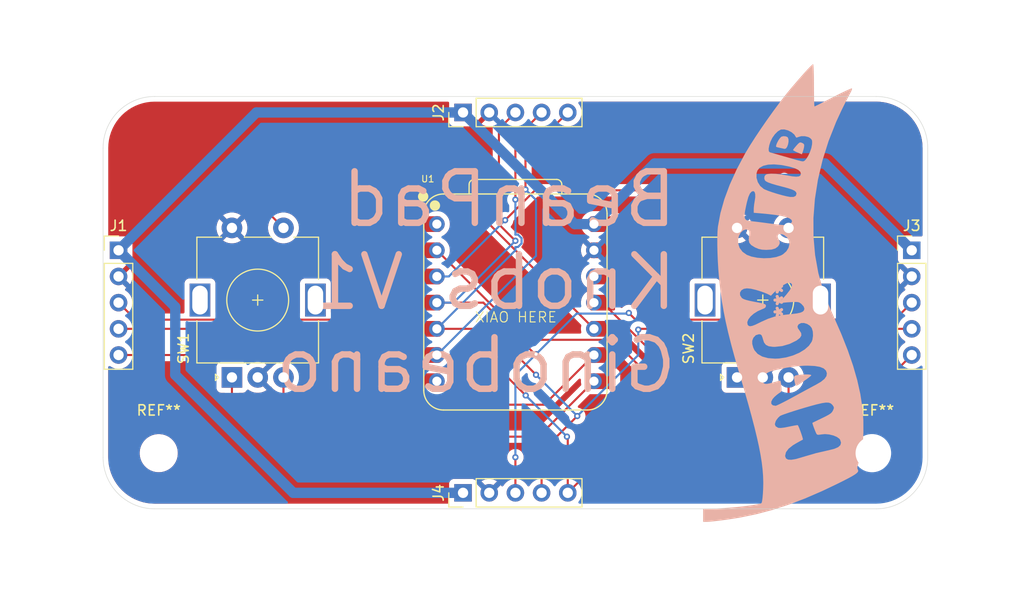
<source format=kicad_pcb>
(kicad_pcb (version 20241229) (generator "pcbnew") (generator_version "9.0")
  (layers (0 "F.Cu" signal) (2 "B.Cu" signal) (13 "F.Paste" user) (15 "B.Paste" user) (5 "F.SilkS" user "F.Silkscreen") (7 "B.SilkS" user "B.Silkscreen") (1 "F.Mask" user) (3 "B.Mask" user) (25 "Edge.Cuts" user))
  (net 0 "")
  (net 1 "/SDA")
  (net 2 "GND")
  (net 3 "VCC")
  (net 4 "/INT")
  (net 5 "/SCL")
  (net 6 "+3V3")
  (net 7 "/GPIO2")
  (net 8 "/GPIO1")
  (net 9 "/GPIO27")
  (net 10 "/GPIO3")
  (net 11 "/GPIO4")
  (net 12 "/GPIO28")
  (footprint "Module:XIAO-RP2040-DIP" (layer "F.Cu") (at 140 66)
    (property "Reference" "U1" (at -8.5 -12 0) (layer "F.SilkS") (effects (font (size 0.635 0.635) (thickness 0.1016))))
    (property "Value" "XIAO-RP2040-DIP")
    (fp_line (start -8.89 8.509) (end -8.89 -8.636) (stroke (width 0.127)) (layer "F.SilkS"))
    (fp_line (start -6.985 10.414) (end 6.985 10.414) (stroke (width 0.127)) (layer "F.SilkS"))
    (fp_line (start -4.495 -10.541) (end -4.491272 -11.451272) (stroke (width 0.127)) (layer "F.SilkS"))
    (fp_line (start -3.991272 -11.951) (end 4.004 -11.951) (stroke (width 0.127)) (layer "F.SilkS"))
    (fp_line (start 4.504 -11.451) (end 4.504 -10.541) (stroke (width 0.127)) (layer "F.SilkS"))
    (fp_line (start 6.985 -10.541) (end -6.985 -10.541) (stroke (width 0.1)) (layer "F.SilkS"))
    (fp_line (start 6.985 -10.541) (end -6.985 -10.541) (stroke (width 0.127)) (layer "F.SilkS"))
    (fp_line (start 8.89 8.509) (end 8.89 -8.636) (stroke (width 0.127)) (layer "F.SilkS"))
    (fp_arc (start -8.89 -8.636) (mid -8.332038 -9.983038) (end -6.985 -10.541) (stroke (width 0.127)) (layer "F.SilkS"))
    (fp_arc (start -6.985 10.414) (mid -8.332038 9.856038) (end -8.89 8.509) (stroke (width 0.127)) (layer "F.SilkS"))
    (fp_arc (start -4.491272 -11.451272) (mid -4.344728 -11.80464) (end -3.991272 -11.951) (stroke (width 0.127)) (layer "F.SilkS"))
    (fp_arc (start 4.004 -11.951) (mid 4.357553 -11.804553) (end 4.504 -11.451) (stroke (width 0.127)) (layer "F.SilkS"))
    (fp_arc (start 6.985 -10.541) (mid 8.332038 -9.983038) (end 8.89 -8.636) (stroke (width 0.127)) (layer "F.SilkS"))
    (fp_arc (start 8.89 8.509) (mid 8.332038 9.856038) (end 6.985 10.414) (stroke (width 0.127)) (layer "F.SilkS"))
    (fp_circle (center -8.95 -10.3) (end -8.95 -10.554) (stroke (width 0.5)) (fill yes) (layer "F.SilkS"))
    (fp_circle (center -7.807 -9.42) (end -7.807 -9.674) (stroke (width 0.5)) (fill yes) (layer "F.SilkS"))
    (pad "1" smd roundrect (at -8.455 -7.62 180) (size 2.432 1.524) (layers "F.Cu" "F.Mask") (roundrect_rratio 0.1))
    (pad "1" thru_hole circle (at -7.62 -7.62 180) (size 1.524 1.524) (drill 0.889) (layers "*.Cu" "*.Mask"))
    (pad "2" smd roundrect (at -8.455 -5.08 180) (size 2.432 1.524) (layers "F.Cu" "F.Mask") (roundrect_rratio 0.1) (net 9 "/GPIO27"))
    (pad "2" thru_hole circle (at -7.62 -5.08 180) (size 1.524 1.524) (drill 0.889) (layers "*.Cu" "*.Mask") (net 9 "/GPIO27"))
    (pad "3" smd roundrect (at -8.455 -2.54 180) (size 2.432 1.524) (layers "F.Cu" "F.Mask") (roundrect_rratio 0.1) (net 12 "/GPIO28"))
    (pad "3" thru_hole circle (at -7.62 -2.54 180) (size 1.524 1.524) (drill 0.889) (layers "*.Cu" "*.Mask") (net 12 "/GPIO28"))
    (pad "4" smd roundrect (at -8.455 0 180) (size 2.432 1.524) (layers "F.Cu" "F.Mask") (roundrect_rratio 0.1) (net 4 "/INT"))
    (pad "4" thru_hole circle (at -7.62 0 180) (size 1.524 1.524) (drill 0.889) (layers "*.Cu" "*.Mask") (net 4 "/INT"))
    (pad "5" smd roundrect (at -8.455 2.54 180) (size 2.432 1.524) (layers "F.Cu" "F.Mask") (roundrect_rratio 0.1) (net 1 "/SDA"))
    (pad "5" thru_hole circle (at -7.62 2.54 180) (size 1.524 1.524) (drill 0.889) (layers "*.Cu" "*.Mask") (net 1 "/SDA"))
    (pad "6" smd roundrect (at -8.455 5.08 180) (size 2.432 1.524) (layers "F.Cu" "F.Mask") (roundrect_rratio 0.1) (net 5 "/SCL"))
    (pad "6" thru_hole circle (at -7.62 5.08 180) (size 1.524 1.524) (drill 0.889) (layers "*.Cu" "*.Mask") (net 5 "/SCL"))
    (pad "7" smd roundrect (at -8.455 7.62 180) (size 2.432 1.524) (layers "F.Cu" "F.Mask") (roundrect_rratio 0.1))
    (pad "7" thru_hole circle (at -7.62 7.62 180) (size 1.524 1.524) (drill 0.889) (layers "*.Cu" "*.Mask"))
    (pad "8" thru_hole circle (at 7.62 7.62) (size 1.524 1.524) (drill 0.889) (layers "*.Cu" "*.Mask") (net 8 "/GPIO1"))
    (pad "8" smd roundrect (at 8.455 7.62) (size 2.432 1.524) (layers "F.Cu" "F.Mask") (roundrect_rratio 0.1) (net 8 "/GPIO1"))
    (pad "9" thru_hole circle (at 7.62 5.08) (size 1.524 1.524) (drill 0.889) (layers "*.Cu" "*.Mask") (net 7 "/GPIO2"))
    (pad "9" smd roundrect (at 8.455 5.08) (size 2.432 1.524) (layers "F.Cu" "F.Mask") (roundrect_rratio 0.1) (net 7 "/GPIO2"))
    (pad "10" thru_hole circle (at 7.62 2.54) (size 1.524 1.524) (drill 0.889) (layers "*.Cu" "*.Mask") (net 11 "/GPIO4"))
    (pad "10" smd roundrect (at 8.455 2.54) (size 2.432 1.524) (layers "F.Cu" "F.Mask") (roundrect_rratio 0.1) (net 11 "/GPIO4"))
    (pad "11" thru_hole circle (at 7.62 0) (size 1.524 1.524) (drill 0.889) (layers "*.Cu" "*.Mask") (net 10 "/GPIO3"))
    (pad "11" smd roundrect (at 8.455 0) (size 2.432 1.524) (layers "F.Cu" "F.Mask") (roundrect_rratio 0.1) (net 10 "/GPIO3"))
    (pad "12" thru_hole circle (at 7.62 -2.54) (size 1.524 1.524) (drill 0.889) (layers "*.Cu" "*.Mask") (net 6 "+3V3"))
    (pad "12" smd roundrect (at 8.455 -2.54) (size 2.432 1.524) (layers "F.Cu" "F.Mask") (roundrect_rratio 0.1) (net 6 "+3V3"))
    (pad "13" thru_hole circle (at 7.62 -5.08) (size 1.524 1.524) (drill 0.889) (layers "*.Cu" "*.Mask") (net 2 "GND"))
    (pad "13" smd roundrect (at 8.455 -5.08) (size 2.432 1.524) (layers "F.Cu" "F.Mask") (roundrect_rratio 0.1) (net 2 "GND"))
    (pad "14" thru_hole circle (at 7.62 -7.62) (size 1.524 1.524) (drill 0.889) (layers "*.Cu" "*.Mask") (net 3 "VCC"))
    (pad "14" smd roundrect (at 8.455 -7.62) (size 2.432 1.524) (layers "F.Cu" "F.Mask") (roundrect_rratio 0.1) (net 3 "VCC"))
  )
  (footprint "MountingHole:MountingHole_3.2mm_M3" (layer "F.Cu") (at 174.6 80.6)
    (property "Reference" "REF**" (at 0 -4.15 0) (layer "F.SilkS"))
    (property "Value" "MountingHole_3.2mm_M3")
    (pad "" np_thru_hole circle (at 0 0) (size 3.2 3.2) (drill 3.2) (layers "*.Cu" "*.Mask"))
  )
  (footprint "Rotary_Encoder:RotaryEncoder_Alps_EC11E-Switch_Vertical_H20mm" (layer "F.Cu") (at 161.5 73.25 90)
    (property "Reference" "SW2" (at 2.8 -4.7 90) (layer "F.SilkS"))
    (property "Value" "RotaryEncoder_Switch")
    (fp_line (start 13.6 -3.4) (end 13.6 -1) (stroke (width 0.12)) (layer "F.SilkS"))
    (fp_line (start 9.5 -3.4) (end 13.6 -3.4) (stroke (width 0.12)) (layer "F.SilkS"))
    (fp_line (start 5.5 -3.4) (end 1.4 -3.4) (stroke (width 0.12)) (layer "F.SilkS"))
    (fp_line (start 1.4 -3.4) (end 1.4 8.4) (stroke (width 0.12)) (layer "F.SilkS"))
    (fp_line (start 0.3 -1.6) (end 0 -1.3) (stroke (width 0.12)) (layer "F.SilkS"))
    (fp_line (start -0.3 -1.6) (end 0.3 -1.6) (stroke (width 0.12)) (layer "F.SilkS"))
    (fp_line (start 0 -1.3) (end -0.3 -1.6) (stroke (width 0.12)) (layer "F.SilkS"))
    (fp_line (start 13.6 1.2) (end 13.6 3.8) (stroke (width 0.12)) (layer "F.SilkS"))
    (fp_line (start 7.5 2) (end 7.5 3) (stroke (width 0.12)) (layer "F.SilkS"))
    (fp_line (start 7 2.5) (end 8 2.5) (stroke (width 0.12)) (layer "F.SilkS"))
    (fp_line (start 13.6 6) (end 13.6 8.4) (stroke (width 0.12)) (layer "F.SilkS"))
    (fp_line (start 13.6 8.4) (end 9.5 8.4) (stroke (width 0.12)) (layer "F.SilkS"))
    (fp_line (start 5.5 8.4) (end 1.4 8.4) (stroke (width 0.12)) (layer "F.SilkS"))
    (fp_circle (center 7.5 2.5) (end 10.5 2.5) (stroke (width 0.12)) (fill no) (layer "F.SilkS"))
    (pad "A" thru_hole rect (at 0 0 90) (size 2 2) (drill 1) (layers "*.Cu" "*.Mask") (net 10 "/GPIO3"))
    (pad "B" thru_hole circle (at 0 5 90) (size 2 2) (drill 1) (layers "*.Cu" "*.Mask") (net 9 "/GPIO27"))
    (pad "C" thru_hole circle (at 0 2.5 90) (size 2 2) (drill 1) (layers "*.Cu" "*.Mask") (net 2 "GND"))
    (pad "MP" thru_hole rect (at 7.5 -3.1 90) (size 3.2 2) (drill oval 2.8 1.5) (layers "*.Cu" "*.Mask"))
    (pad "MP" thru_hole rect (at 7.5 8.1 90) (size 3.2 2) (drill oval 2.8 1.5) (layers "*.Cu" "*.Mask"))
    (pad "S1" thru_hole circle (at 14.5 5 90) (size 2 2) (drill 1) (layers "*.Cu" "*.Mask") (net 12 "/GPIO28"))
    (pad "S2" thru_hole circle (at 14.5 0 90) (size 2 2) (drill 1) (layers "*.Cu" "*.Mask") (net 2 "GND"))
  )
  (footprint "Rotary_Encoder:RotaryEncoder_Alps_EC11E-Switch_Vertical_H20mm" (layer "F.Cu") (at 112.5 73.25 90)
    (property "Reference" "SW1" (at 2.8 -4.7 90) (layer "F.SilkS"))
    (property "Value" "RotaryEncoder_Switch")
    (fp_line (start 13.6 -3.4) (end 13.6 -1) (stroke (width 0.12)) (layer "F.SilkS"))
    (fp_line (start 9.5 -3.4) (end 13.6 -3.4) (stroke (width 0.12)) (layer "F.SilkS"))
    (fp_line (start 5.5 -3.4) (end 1.4 -3.4) (stroke (width 0.12)) (layer "F.SilkS"))
    (fp_line (start 1.4 -3.4) (end 1.4 8.4) (stroke (width 0.12)) (layer "F.SilkS"))
    (fp_line (start 0.3 -1.6) (end 0 -1.3) (stroke (width 0.12)) (layer "F.SilkS"))
    (fp_line (start -0.3 -1.6) (end 0.3 -1.6) (stroke (width 0.12)) (layer "F.SilkS"))
    (fp_line (start 0 -1.3) (end -0.3 -1.6) (stroke (width 0.12)) (layer "F.SilkS"))
    (fp_line (start 13.6 1.2) (end 13.6 3.8) (stroke (width 0.12)) (layer "F.SilkS"))
    (fp_line (start 7.5 2) (end 7.5 3) (stroke (width 0.12)) (layer "F.SilkS"))
    (fp_line (start 7 2.5) (end 8 2.5) (stroke (width 0.12)) (layer "F.SilkS"))
    (fp_line (start 13.6 6) (end 13.6 8.4) (stroke (width 0.12)) (layer "F.SilkS"))
    (fp_line (start 13.6 8.4) (end 9.5 8.4) (stroke (width 0.12)) (layer "F.SilkS"))
    (fp_line (start 5.5 8.4) (end 1.4 8.4) (stroke (width 0.12)) (layer "F.SilkS"))
    (fp_circle (center 7.5 2.5) (end 10.5 2.5) (stroke (width 0.12)) (fill no) (layer "F.SilkS"))
    (pad "A" thru_hole rect (at 0 0 90) (size 2 2) (drill 1) (layers "*.Cu" "*.Mask") (net 8 "/GPIO1"))
    (pad "B" thru_hole circle (at 0 5 90) (size 2 2) (drill 1) (layers "*.Cu" "*.Mask") (net 7 "/GPIO2"))
    (pad "C" thru_hole circle (at 0 2.5 90) (size 2 2) (drill 1) (layers "*.Cu" "*.Mask") (net 2 "GND"))
    (pad "MP" thru_hole rect (at 7.5 -3.1 90) (size 3.2 2) (drill oval 2.8 1.5) (layers "*.Cu" "*.Mask"))
    (pad "MP" thru_hole rect (at 7.5 8.1 90) (size 3.2 2) (drill oval 2.8 1.5) (layers "*.Cu" "*.Mask"))
    (pad "S1" thru_hole circle (at 14.5 5 90) (size 2 2) (drill 1) (layers "*.Cu" "*.Mask") (net 11 "/GPIO4"))
    (pad "S2" thru_hole circle (at 14.5 0 90) (size 2 2) (drill 1) (layers "*.Cu" "*.Mask") (net 2 "GND"))
  )
  (footprint "Connector_PinHeader_2.54mm:PinHeader_1x05_P2.54mm_Vertical" (layer "F.Cu") (at 134.92 47.55 90)
    (property "Reference" "J2" (at 0 -2.38 90) (layer "F.SilkS"))
    (property "Value" "Male_Pogo_Connector_01x05")
    (fp_line (start -1.38 -1.38) (end 0 -1.38) (stroke (width 0.12)) (layer "F.SilkS"))
    (fp_line (start -1.38 0) (end -1.38 -1.38) (stroke (width 0.12)) (layer "F.SilkS"))
    (fp_line (start 1.38 1.27) (end 1.38 11.54) (stroke (width 0.12)) (layer "F.SilkS"))
    (fp_line (start -1.38 1.27) (end 1.38 1.27) (stroke (width 0.12)) (layer "F.SilkS"))
    (fp_line (start -1.38 1.27) (end -1.38 11.54) (stroke (width 0.12)) (layer "F.SilkS"))
    (fp_line (start -1.38 11.54) (end 1.38 11.54) (stroke (width 0.12)) (layer "F.SilkS"))
    (pad "1" thru_hole rect (at 0 0 90) (size 1.7 1.7) (drill 1) (layers "*.Cu" "*.Mask") (net 3 "VCC"))
    (pad "2" thru_hole circle (at 0 2.54 90) (size 1.7 1.7) (drill 1) (layers "*.Cu" "*.Mask") (net 2 "GND"))
    (pad "3" thru_hole circle (at 0 5.08 90) (size 1.7 1.7) (drill 1) (layers "*.Cu" "*.Mask") (net 4 "/INT"))
    (pad "4" thru_hole circle (at 0 7.62 90) (size 1.7 1.7) (drill 1) (layers "*.Cu" "*.Mask") (net 1 "/SDA"))
    (pad "5" thru_hole circle (at 0 10.16 90) (size 1.7 1.7) (drill 1) (layers "*.Cu" "*.Mask") (net 5 "/SCL"))
  )
  (footprint "Connector_PinHeader_2.54mm:PinHeader_1x05_P2.54mm_Vertical" (layer "F.Cu") (at 101.5 60.92)
    (property "Reference" "J1" (at 0 -2.38 0) (layer "F.SilkS"))
    (property "Value" "Male_Pogo_Connector_01x05")
    (fp_line (start -1.38 -1.38) (end 0 -1.38) (stroke (width 0.12)) (layer "F.SilkS"))
    (fp_line (start -1.38 0) (end -1.38 -1.38) (stroke (width 0.12)) (layer "F.SilkS"))
    (fp_line (start -1.38 1.27) (end -1.38 11.54) (stroke (width 0.12)) (layer "F.SilkS"))
    (fp_line (start -1.38 1.27) (end 1.38 1.27) (stroke (width 0.12)) (layer "F.SilkS"))
    (fp_line (start -1.38 11.54) (end 1.38 11.54) (stroke (width 0.12)) (layer "F.SilkS"))
    (fp_line (start 1.38 1.27) (end 1.38 11.54) (stroke (width 0.12)) (layer "F.SilkS"))
    (pad "1" thru_hole rect (at 0 0) (size 1.7 1.7) (drill 1) (layers "*.Cu" "*.Mask") (net 3 "VCC"))
    (pad "2" thru_hole circle (at 0 2.54) (size 1.7 1.7) (drill 1) (layers "*.Cu" "*.Mask") (net 2 "GND"))
    (pad "3" thru_hole circle (at 0 5.08) (size 1.7 1.7) (drill 1) (layers "*.Cu" "*.Mask") (net 4 "/INT"))
    (pad "4" thru_hole circle (at 0 7.62) (size 1.7 1.7) (drill 1) (layers "*.Cu" "*.Mask") (net 1 "/SDA"))
    (pad "5" thru_hole circle (at 0 10.16) (size 1.7 1.7) (drill 1) (layers "*.Cu" "*.Mask") (net 5 "/SCL"))
  )
  (footprint "MountingHole:MountingHole_3.2mm_M3" (layer "F.Cu") (at 105.4 80.6)
    (property "Reference" "REF**" (at 0 -4.15 0) (layer "F.SilkS"))
    (property "Value" "MountingHole_3.2mm_M3")
    (pad "" np_thru_hole circle (at 0 0) (size 3.2 3.2) (drill 3.2) (layers "*.Cu" "*.Mask"))
  )
  (footprint "Connector_PinHeader_2.54mm:PinHeader_1x05_P2.54mm_Vertical" (layer "F.Cu") (at 178.45 60.92)
    (property "Reference" "J3" (at 0 -2.38 0) (layer "F.SilkS"))
    (property "Value" "Male_Pogo_Connector_01x05")
    (fp_line (start -1.38 -1.38) (end 0 -1.38) (stroke (width 0.12)) (layer "F.SilkS"))
    (fp_line (start -1.38 0) (end -1.38 -1.38) (stroke (width 0.12)) (layer "F.SilkS"))
    (fp_line (start -1.38 1.27) (end -1.38 11.54) (stroke (width 0.12)) (layer "F.SilkS"))
    (fp_line (start -1.38 1.27) (end 1.38 1.27) (stroke (width 0.12)) (layer "F.SilkS"))
    (fp_line (start -1.38 11.54) (end 1.38 11.54) (stroke (width 0.12)) (layer "F.SilkS"))
    (fp_line (start 1.38 1.27) (end 1.38 11.54) (stroke (width 0.12)) (layer "F.SilkS"))
    (pad "1" thru_hole rect (at 0 0) (size 1.7 1.7) (drill 1) (layers "*.Cu" "*.Mask") (net 3 "VCC"))
    (pad "2" thru_hole circle (at 0 2.54) (size 1.7 1.7) (drill 1) (layers "*.Cu" "*.Mask") (net 2 "GND"))
    (pad "3" thru_hole circle (at 0 5.08) (size 1.7 1.7) (drill 1) (layers "*.Cu" "*.Mask") (net 4 "/INT"))
    (pad "4" thru_hole circle (at 0 7.62) (size 1.7 1.7) (drill 1) (layers "*.Cu" "*.Mask") (net 1 "/SDA"))
    (pad "5" thru_hole circle (at 0 10.16) (size 1.7 1.7) (drill 1) (layers "*.Cu" "*.Mask") (net 5 "/SCL"))
  )
  (footprint "Connector_PinHeader_2.54mm:PinHeader_1x05_P2.54mm_Vertical" (layer "F.Cu") (at 134.92 84.45 90)
    (property "Reference" "J4" (at 0 -2.38 90) (layer "F.SilkS"))
    (property "Value" "Male_Pogo_Connector_01x05")
    (fp_line (start -1.38 -1.38) (end 0 -1.38) (stroke (width 0.12)) (layer "F.SilkS"))
    (fp_line (start -1.38 0) (end -1.38 -1.38) (stroke (width 0.12)) (layer "F.SilkS"))
    (fp_line (start 1.38 1.27) (end 1.38 11.54) (stroke (width 0.12)) (layer "F.SilkS"))
    (fp_line (start -1.38 1.27) (end 1.38 1.27) (stroke (width 0.12)) (layer "F.SilkS"))
    (fp_line (start -1.38 1.27) (end -1.38 11.54) (stroke (width 0.12)) (layer "F.SilkS"))
    (fp_line (start -1.38 11.54) (end 1.38 11.54) (stroke (width 0.12)) (layer "F.SilkS"))
    (pad "1" thru_hole rect (at 0 0 90) (size 1.7 1.7) (drill 1) (layers "*.Cu" "*.Mask") (net 3 "VCC"))
    (pad "2" thru_hole circle (at 0 2.54 90) (size 1.7 1.7) (drill 1) (layers "*.Cu" "*.Mask") (net 2 "GND"))
    (pad "3" thru_hole circle (at 0 5.08 90) (size 1.7 1.7) (drill 1) (layers "*.Cu" "*.Mask") (net 4 "/INT"))
    (pad "4" thru_hole circle (at 0 7.62 90) (size 1.7 1.7) (drill 1) (layers "*.Cu" "*.Mask") (net 1 "/SDA"))
    (pad "5" thru_hole circle (at 0 10.16 90) (size 1.7 1.7) (drill 1) (layers "*.Cu" "*.Mask") (net 5 "/SCL"))
  )
  (footprint "LOGO" (layer "B.Cu") (at 166 65 90)
    (property "Reference" "G***" (at 0 0 90) (layer "B.SilkS") (effects (font (size 1.5 1.5) (thickness 0.3)) (justify mirror)))
    (property "Value" "LOGO" (hide yes))
    (fp_poly (pts (xy 14.431238 1.936395) (xy 14.493902 1.819243) (xy 14.545199 1.679951) (xy 14.530696 1.568883) (xy 14.428679 1.439529) (xy 14.232023 1.25832) (xy 14.024325 1.082035) (xy 13.867127 0.963318) (xy 13.806581 0.931333) (xy 13.745081 1.002587) (xy 13.646834 1.186152) (xy 13.568983 1.358858) (xy 13.388359 1.786383) (xy 13.615679 1.87429) (xy 13.872567 1.954075) (xy 14.115157 2.007688) (xy 14.315972 2.018455)) (fill yes) (layer "B.SilkS"))
    (fp_poly (pts (xy -7.991541 2.630825) (xy -7.965579 2.416811) (xy -7.963975 2.09956) (xy -7.987445 1.711339) (xy -8.013529 1.4605) (xy -8.058113 1.191591) (xy -8.136999 1.054774) (xy -8.291955 1.022039) (xy -8.564746 1.065377) (xy -8.593667 1.071451) (xy -8.840412 1.121836) (xy -8.99235 1.167662) (xy -9.050832 1.237833) (xy -9.017213 1.36125) (xy -8.892845 1.566817) (xy -8.679082 1.883436) (xy -8.634757 1.949183) (xy -8.419548 2.258561) (xy -8.23286 2.507287) (xy -8.097398 2.666283) (xy -8.04115 2.709333)) (fill yes) (layer "B.SilkS"))
    (fp_poly (pts (xy 14.85805 0.491677) (xy 15.038466 0.420216) (xy 15.053733 0.4064) (xy 15.132719 0.235211) (xy 15.15073 0.002236) (xy 15.10191 -0.194196) (xy 15.090537 -0.211667) (xy 14.94416 -0.352199) (xy 14.728849 -0.496148) (xy 14.491434 -0.620263) (xy 14.278746 -0.701294) (xy 14.137616 -0.71599) (xy 14.111486 -0.697744) (xy 14.071551 -0.578835) (xy 14.022365 -0.370315) (xy 14.015969 -0.338667) (xy 13.963906 -0.093091) (xy 13.917378 0.099335) (xy 13.915097 0.107543) (xy 13.952771 0.242187) (xy 14.112813 0.360234) (xy 14.348314 0.449374) (xy 14.612363 0.497292)) (fill yes) (layer "B.SilkS"))
    (fp_poly (pts (xy -12.375018 7.755921) (xy -11.133015 7.657177) (xy -9.849727 7.459997) (xy -8.511892 7.160988) (xy -7.106246 6.756754) (xy -5.619528 6.243901) (xy -4.038474 5.619033) (xy -2.370667 4.888289) (xy -1.809503 4.639996) (xy -1.206147 4.38684) (xy -0.613516 4.150132) (xy -0.08453 3.951182) (xy 0.211667 3.84839) (xy 1.882908 3.385503) (xy 3.613524 3.075909) (xy 5.393236 2.918555) (xy 7.211763 2.91239) (xy 9.058828 3.056361) (xy 10.92415 3.349418) (xy 12.79745 3.790508) (xy 14.668449 4.378579) (xy 16.526868 5.11258) (xy 17.653 5.633027) (xy 18.113039 5.859852) (xy 18.551803 6.0801) (xy 18.932529 6.275036) (xy 19.218455 6.425927) (xy 19.325085 6.485139) (xy 19.557238 6.602294) (xy 19.730571 6.659128) (xy 19.790752 6.653234) (xy 19.771514 6.563251) (xy 19.683123 6.345266) (xy 19.535631 6.020943) (xy 19.339089 5.611946) (xy 19.103551 5.13994) (xy 18.944167 4.828683) (xy 18.686823 4.328705) (xy 18.457692 3.879435) (xy 18.267615 3.502473) (xy 18.127437 3.219415) (xy 18.047999 3.051861) (xy 18.034 3.015642) (xy 18.114804 3.001046) (xy 18.341773 2.988018) (xy 18.691741 2.977157) (xy 19.141541 2.969061) (xy 19.668009 2.964327) (xy 20.061003 2.963333) (xy 20.658023 2.960159) (xy 21.18219 2.951173) (xy 21.612232 2.937182) (xy 21.92688 2.918989) (xy 22.104859 2.897402) (xy 22.136581 2.884737) (xy 22.091562 2.801002) (xy 21.922267 2.618103) (xy 21.636325 2.343056) (xy 21.241365 1.982881) (xy 20.745017 1.544596) (xy 20.154911 1.035219) (xy 19.769667 0.707406) (xy 19.14242 0.195813) (xy 18.405784 -0.37241) (xy 17.592845 -0.974076) (xy 16.736689 -1.585999) (xy 15.8704 -2.184995) (xy 15.027064 -2.747877) (xy 14.239768 -3.251461) (xy 13.541596 -3.67256) (xy 13.419667 -3.742514) (xy 11.91231 -4.542315) (xy 10.447125 -5.206385) (xy 9.033313 -5.73133) (xy 7.680078 -6.113755) (xy 6.396621 -6.350266) (xy 6.324631 -6.359421) (xy 5.874787 -6.39576) (xy 5.288805 -6.413383) (xy 4.598746 -6.413158) (xy 3.836667 -6.39595) (xy 3.03463 -6.362628) (xy 2.224693 -6.314058) (xy 1.438916 -6.251105) (xy 1.100667 -6.218204) (xy 0.102328 -6.103394) (xy -0.870763 -5.965939) (xy -1.843661 -5.800383) (xy -2.841418 -5.60127) (xy -3.889087 -5.363146) (xy -5.011722 -5.080554) (xy -6.234375 -4.748039) (xy -7.5821 -4.360144) (xy -8.001 -4.236194) (xy -9.489973 -3.798233) (xy -10.832211 -3.414598) (xy -11.466008 -3.240414) (xy -3.288154 -3.240414) (xy -3.241281 -3.383149) (xy -3.131683 -3.47186) (xy -2.898415 -3.507062) (xy -2.628154 -3.405124) (xy -2.343847 -3.187276) (xy -2.068439 -2.874748) (xy -1.824876 -2.488771) (xy -1.655354 -2.105908) (xy -1.547576 -1.851112) (xy -1.442733 -1.725795) (xy -1.31562 -1.693333) (xy -1.235145 -1.704439) (xy -1.172085 -1.75545) (xy -1.116775 -1.872901) (xy -1.059547 -2.08333) (xy -0.990735 -2.413274) (xy -0.922397 -2.772833) (xy -0.823607 -3.26676) (xy -0.736174 -3.619613) (xy -0.651792 -3.858508) (xy -0.562158 -4.01056) (xy -0.533456 -4.042833) (xy -0.286237 -4.201104) (xy -0.027297 -4.213727) (xy 0.198265 -4.07876) (xy 0.202163 -4.074501) (xy 0.33937 -3.845383) (xy 0.388535 -3.542986) (xy 0.349875 -3.143744) (xy 0.22361 -2.624087) (xy 0.215836 -2.597374) (xy 0.097506 -2.219715) (xy -0.011785 -1.908454) (xy 3.308645 -1.908454) (xy 3.356043 -2.535312) (xy 3.471905 -3.110377) (xy 3.640442 -3.553917) (xy 3.935183 -3.967599) (xy 4.314314 -4.251372) (xy 4.751114 -4.394199) (xy 5.218864 -4.385043) (xy 5.476655 -4.31236) (xy 5.793918 -4.136128) (xy 6.011598 -3.901646) (xy 6.095881 -3.645825) (xy 6.096 -3.636275) (xy 6.061889 -3.417949) (xy 5.943203 -3.304633) (xy 5.71541 -3.284714) (xy 5.443094 -3.327189) (xy 5.077187 -3.369069) (xy 4.801249 -3.305795) (xy 4.578698 -3.11743) (xy 4.372958 -2.78404) (xy 4.345565 -2.729062) (xy 4.209493 -2.40216) (xy 4.139667 -2.081265) (xy 4.117936 -1.681523) (xy 4.11782 -1.664429) (xy 4.148444 -1.160915) (xy 4.252328 -0.791934) (xy 4.437748 -0.535651) (xy 4.585644 -0.430192) (xy 4.750762 -0.356) (xy 4.894724 -0.363866) (xy 5.098373 -0.458688) (xy 5.103756 -0.461583) (xy 5.387702 -0.564936) (xy 5.579542 -0.534379) (xy 5.666827 -0.385432) (xy 5.637104 -0.133615) (xy 5.544233 0.087438) (xy 5.452795 0.203726) (xy 6.528935 0.203726) (xy 6.535591 -0.085064) (xy 6.571263 -0.478491) (xy 6.635924 -1.001239) (xy 6.68099 -1.332336) (xy 6.746856 -1.819527) (xy 6.809447 -2.304527) (xy 6.862028 -2.733753) (xy 6.897865 -3.053627) (xy 6.899978 -3.074603) (xy 6.937216 -3.357637) (xy 6.998837 -3.563029) (xy 7.10618 -3.696127) (xy 7.280584 -3.762278) (xy 7.543388 -3.766826) (xy 7.915933 -3.715118) (xy 8.419557 -3.612502) (xy 8.751052 -3.538365) (xy 9.250845 -3.400542) (xy 9.589856 -3.248359) (xy 9.776365 -3.077052) (xy 9.821333 -2.922613) (xy 9.745446 -2.801713) (xy 9.536772 -2.736791) (xy 9.223793 -2.732186) (xy 8.889107 -2.780564) (xy 8.54957 -2.837342) (xy 8.213353 -2.872762) (xy 8.066142 -2.878667) (xy 7.718144 -2.878667) (xy 7.670206 -2.307167) (xy 7.587551 -1.429839) (xy 7.499275 -0.711932) (xy 7.403247 -0.143569) (xy 7.297338 0.285127) (xy 7.179419 0.584032) (xy 7.120203 0.664292) (xy 9.25421 0.664292) (xy 9.258803 0.628206) (xy 9.323085 0.285196) (xy 9.428572 -0.144107) (xy 9.561253 -0.613919) (xy 9.707116 -1.078457) (xy 9.852152 -1.491937) (xy 9.982349 -1.808576) (xy 10.037458 -1.916192) (xy 10.31793 -2.249277) (xy 10.693137 -2.485428) (xy 11.117856 -2.609188) (xy 11.546866 -2.605101) (xy 11.813807 -2.523315) (xy 12.082888 -2.310024) (xy 12.274658 -1.959855) (xy 12.386003 -1.488142) (xy 12.413812 -0.91022) (xy 12.354972 -0.241422) (xy 12.320373 -0.027688) (xy 12.185049 0.62225) (xy 12.037274 1.111173) (xy 11.873186 1.44718) (xy 11.688922 1.638372) (xy 11.499729 1.693333) (xy 11.339368 1.647806) (xy 11.246355 1.501317) (xy 11.218808 1.239003) (xy 11.254847 0.846002) (xy 11.33513 0.392824) (xy 11.437058 -0.200818) (xy 11.495871 -0.7396) (xy 11.510301 -1.194655) (xy 11.47908 -1.537119) (xy 11.427021 -1.698899) (xy 11.273747 -1.827766) (xy 11.051171 -1.858193) (xy 10.861784 -1.794903) (xy 10.761569 -1.683537) (xy 10.653183 -1.463902) (xy 10.531217 -1.120982) (xy 10.390259 -0.639763) (xy 10.243173 -0.077932) (xy 10.102467 0.445712) (xy 9.978341 0.822112) (xy 9.860737 1.071248) (xy 9.739595 1.2131) (xy 9.604858 1.267648) (xy 9.564578 1.27) (xy 9.363457 1.200502) (xy 9.258954 0.996402) (xy 9.25421 0.664292) (xy 7.120203 0.664292) (xy 7.047359 0.763023) (xy 7.000862 0.79713) (xy 6.867277 0.836935) (xy 6.740313 0.75423) (xy 6.683362 0.68912) (xy 6.602792 0.566133) (xy 6.551326 0.412563) (xy 6.528935 0.203726) (xy 5.452795 0.203726) (xy 5.31166 0.383217) (xy 5.009783 0.546193) (xy 4.66803 0.581135) (xy 4.31583 0.492812) (xy 3.98261 0.285994) (xy 3.697799 -0.034552) (xy 3.58568 -0.229949) (xy 3.422618 -0.70449) (xy 3.330555 -1.281086) (xy 3.308645 -1.908454) (xy -0.011785 -1.908454) (xy -0.027129 -1.864754) (xy -0.13653 -1.592647) (xy -0.166466 -1.529621) (xy -0.330122 -1.208828) (xy -0.068968 -0.964247) (xy 0.21405 -0.668464) (xy 0.481238 -0.335424) (xy 0.706902 -0.003254) (xy 0.865345 0.289919) (xy 0.930871 0.505967) (xy 0.931333 0.519971) (xy 0.883763 0.747904) (xy 0.741968 0.836538) (xy 0.507327 0.786344) (xy 0.181216 0.59779) (xy -0.234989 0.271342) (xy -0.503017 0.03207) (xy -0.755058 -0.191416) (xy -0.94604 -0.342246) (xy -1.053993 -0.404316) (xy -1.066524 -0.381) (xy -1.033645 -0.226356) (xy -0.999411 0.051557) (xy -0.968879 0.406793) (xy -0.954523 0.636418) (xy -0.935771 1.024284) (xy -0.93398 1.284292) (xy -0.955933 1.457609) (xy -1.008413 1.585404) (xy -1.098205 1.708845) (xy -1.139375 1.758251) (xy -1.272799 1.878187) (xy 12.706197 1.878187) (xy 12.732777 1.698992) (xy 12.795878 1.455156) (xy 12.858744 1.229401) (xy 12.953537 0.893698) (xy 13.069429 0.485895) (xy 13.195594 0.043843) (xy 13.321205 -0.394609) (xy 13.435433 -0.79161) (xy 13.527453 -1.109311) (xy 13.586435 -1.309862) (xy 13.593595 -1.3335) (xy 13.702162 -1.418532) (xy 13.933869 -1.430771) (xy 14.259946 -1.372242) (xy 14.606488 -1.262172) (xy 14.993442 -1.072599) (xy 15.345111 -0.820011) (xy 15.621384 -0.539471) (xy 15.78215 -0.266041) (xy 15.794996 -0.223233) (xy 15.804451 0.095411) (xy 15.708451 0.45016) (xy 15.533556 0.788348) (xy 15.306326 1.05731) (xy 15.078878 1.196707) (xy 15.005975 1.259405) (xy 15.046893 1.394429) (xy 15.058525 1.416648) (xy 15.146987 1.72119) (xy 15.147369 2.080092) (xy 15.065473 2.414856) (xy 14.972489 2.580279) (xy 14.847 2.716819) (xy 14.712163 2.779213) (xy 14.505299 2.787082) (xy 14.347196 2.776037) (xy 13.994347 2.707029) (xy 13.597796 2.569298) (xy 13.217829 2.389436) (xy 12.914733 2.194037) (xy 12.810135 2.098031) (xy 12.731593 1.993586) (xy 12.706197 1.878187) (xy -1.272799 1.878187) (xy -1.360556 1.957072) (xy -1.569326 2.031985) (xy -1.571908 2.032) (xy -1.740894 1.996293) (xy -1.871103 1.876179) (xy -1.970049 1.652171) (xy -2.045246 1.30478) (xy -2.104209 0.81452) (xy -2.122521 0.604092) (xy -2.210893 -0.17135) (xy -2.350707 -0.845341) (xy -2.559955 -1.482428) (xy -2.85663 -2.147155) (xy -2.930184 -2.293291) (xy -3.136659 -2.719191) (xy -3.254631 -3.026996) (xy -3.288154 -3.240414) (xy -11.466008 -3.240414) (xy -12.040412 -3.082553) (xy -13.12727 -2.799362) (xy -14.105481 -2.562289) (xy -14.98774 -2.368597) (xy -15.786743 -2.21555) (xy -16.515185 -2.100412) (xy -17.185761 -2.020447) (xy -17.811168 -1.972918) (xy -18.404101 -1.955089) (xy -18.584333 -1.955172) (xy -19.059575 -1.96621) (xy -19.512683 -1.990037) (xy -19.910517 -2.023586) (xy -20.219937 -2.063789) (xy -20.407802 -2.107579) (xy -20.443487 -2.127265) (xy -20.49912 -2.258403) (xy -20.562422 -2.533633) (xy -20.630371 -2.928051) (xy -20.699946 -3.416753) (xy -20.768125 -3.974835) (xy -20.831885 -4.577393) (xy -20.888206 -5.199524) (xy -20.934066 -5.816323) (xy -20.966443 -6.402887) (xy -20.968695 -6.455833) (xy -21.02381 -7.789333) (xy -21.645572 -7.789333) (xy -22.267333 -7.789333) (xy -22.267333 -7.469305) (xy -22.253549 -7.189304) (xy -22.215279 -6.778519) (xy -22.157146 -6.272979) (xy -22.083773 -5.708713) (xy -21.999784 -5.121749) (xy -21.909802 -4.548118) (xy -21.841227 -4.148667) (xy -21.52115 -2.605002) (xy -21.113535 -1.067589) (xy -20.609911 0.48803) (xy -20.502727 0.769741) (xy -16.242105 0.769741) (xy -16.226046 0.452934) (xy -16.117477 0.256682) (xy -15.915666 0.173426) (xy -15.842209 0.169333) (xy -15.504792 0.252382) (xy -15.17029 0.50221) (xy -14.837525 0.919844) (xy -14.67435 1.186752) (xy -14.50809 1.482148) (xy -14.375769 1.722125) (xy -14.298577 1.868063) (xy -14.288234 1.890485) (xy -14.207717 1.886145) (xy -14.013974 1.833811) (xy -13.750784 1.748913) (xy -13.461928 1.64688) (xy -13.191186 1.543144) (xy -12.982338 1.453134) (xy -12.8814 1.394654) (xy -12.885334 1.3047) (xy -12.920013 1.085826) (xy -12.979188 0.774356) (xy -13.031317 0.523125) (xy -13.119511 0.066621) (xy -13.157649 -0.255019) (xy -13.148189 -0.467914) (xy -13.130555 -0.53134) (xy -12.991058 -0.756635) (xy -12.79364 -0.831121) (xy -12.538795 -0.76081) (xy -11.006667 -0.76081) (xy -10.955097 -1.032228) (xy -10.814298 -1.172397) (xy -10.605137 -1.178725) (xy -10.348479 -1.048622) (xy -10.14486 -0.867833) (xy -9.945665 -0.641369) (xy -9.785697 -0.428148) (xy -9.737743 -0.348706) (xy -9.667634 -0.238334) (xy -9.571958 -0.184657) (xy -9.402951 -0.176218) (xy -9.120757 -0.200736) (xy -8.84476 -0.2342) (xy -8.645332 -0.267043) (xy -8.573358 -0.28842) (xy -8.579128 -0.379996) (xy -8.625929 -0.589905) (xy -8.70396 -0.874957) (xy -8.714666 -0.911184) (xy -8.826088 -1.314541) (xy -8.877959 -1.592782) (xy -8.872629 -1.778403) (xy -8.812449 -1.903901) (xy -8.7884 -1.9304) (xy -8.582876 -2.026108) (xy -8.321532 -1.978104) (xy -8.029501 -1.791409) (xy -8.01064 -1.775106) (xy -7.874756 -1.641603) (xy -7.771974 -1.492894) (xy -7.68553 -1.29045) (xy -7.598663 -0.995739) (xy -7.553092 -0.810133) (xy -6.433415 -0.810133) (xy -6.381992 -1.493349) (xy -6.226899 -2.058375) (xy -5.971543 -2.498407) (xy -5.619331 -2.806643) (xy -5.376333 -2.92083) (xy -4.998876 -3.02396) (xy -4.700917 -3.024379) (xy -4.426462 -2.92094) (xy -4.391078 -2.900686) (xy -4.15371 -2.676119) (xy -4.065524 -2.383012) (xy -4.077965 -2.233679) (xy -4.174518 -2.113063) (xy -4.421369 -2.017752) (xy -4.521223 -1.994149) (xy -4.865835 -1.881516) (xy -5.096179 -1.700978) (xy -5.229966 -1.425418) (xy -5.284904 -1.027721) (xy -5.288732 -0.818987) (xy -5.212339 -0.110537) (xy -5.002911 0.604869) (xy -4.680172 1.261121) (xy -4.657183 1.297883) (xy -4.421114 1.60103) (xy -4.192207 1.741123) (xy -3.954572 1.722864) (xy -3.72035 1.575132) (xy -3.478891 1.404573) (xy -3.295417 1.366657) (xy -3.130096 1.455805) (xy -3.096381 1.487714) (xy -2.978496 1.714576) (xy -2.973866 2.004198) (xy -3.068168 2.307995) (xy -3.24708 2.577383) (xy -3.468562 2.750234) (xy -3.802913 2.850998) (xy -4.20724 2.871089) (xy -4.602874 2.810938) (xy -4.790049 2.742964) (xy -5.182211 2.47215) (xy -5.543417 2.061387) (xy -5.860509 1.539123) (xy -6.12033 0.933802) (xy -6.309723 0.273872) (xy -6.415531 -0.412222) (xy -6.433415 -0.810133) (xy -7.553092 -0.810133) (xy -7.504185 -0.61094) (xy -7.303015 0.34393) (xy -7.176779 1.197925) (xy -7.1192 1.998759) (xy -7.11402 2.355627) (xy -7.144089 3.023494) (xy -7.231822 3.537478) (xy -7.379667 3.903774) (xy -7.590071 4.128577) (xy -7.849381 4.216649) (xy -8.125356 4.173613) (xy -8.398799 3.983362) (xy -8.677451 3.638636) (xy -8.934814 3.198494) (xy -9.075884 2.932592) (xy -9.280325 2.55239) (xy -9.529729 2.091863) (xy -9.805688 1.584989) (xy -10.089792 1.065743) (xy -10.131858 0.989098) (xy -10.391034 0.510015) (xy -10.619713 0.073792) (xy -10.805819 -0.295415) (xy -10.937276 -0.573446) (xy -11.002005 -0.736146) (xy -11.006667 -0.76081) (xy -12.538795 -0.76081) (xy -12.525993 -0.757278) (xy -12.3871 -0.681059) (xy -12.167488 -0.514956) (xy -11.999398 -0.334206) (xy -11.990891 -0.321542) (xy -11.918576 -0.165461) (xy -11.810028 0.125215) (xy -11.674278 0.521911) (xy -11.520355 0.996049) (xy -11.35729 1.519056) (xy -11.194113 2.062353) (xy -11.039855 2.597365) (xy -10.903547 3.095516) (xy -10.867731 3.232623) (xy -10.748665 3.742525) (xy -10.693522 4.122489) (xy -10.703634 4.399919) (xy -10.780332 4.60222) (xy -10.92495 4.756794) (xy -10.942472 4.770142) (xy -11.10549 4.877342) (xy -11.235793 4.894799) (xy -11.415695 4.827477) (xy -11.469775 4.801938) (xy -11.610085 4.718135) (xy -11.735863 4.594117) (xy -11.86795 4.399907) (xy -12.02719 4.105529) (xy -12.202049 3.748759) (xy -12.373167 3.392836) (xy -12.516228 3.097666) (xy -12.616293 2.893908) (xy -12.65842 2.812222) (xy -12.658446 2.812189) (xy -12.742251 2.824556) (xy -12.932431 2.884656) (xy -13.17957 2.973871) (xy -13.434253 3.073577) (xy -13.647063 3.165154) (xy -13.768586 3.22998) (xy -13.769952 3.231037) (xy -13.823654 3.353715) (xy -13.800705 3.594666) (xy -13.786687 3.660932) (xy -13.751361 4.032832) (xy -13.788598 4.442181) (xy -13.885567 4.842669) (xy -14.029439 5.187986) (xy -14.207383 5.431823) (xy -14.295137 5.496092) (xy -14.580836 5.587185) (xy -14.82111 5.526348) (xy -15.019925 5.309703) (xy -15.181244 4.933369) (xy -15.282951 4.529644) (xy -15.595616 3.173138) (xy -15.973952 1.874504) (xy -15.99962 1.795267) (xy -16.166386 1.214666) (xy -16.242105 0.769741) (xy -20.502727 0.769741) (xy -20.001805 2.086309) (xy -19.280749 3.751704) (xy -18.629894 5.122333) (xy -18.304009 5.778905) (xy -18.039041 6.295275) (xy -17.825492 6.685243) (xy -17.653864 6.962605) (xy -17.514657 7.14116) (xy -17.398374 7.234704) (xy -17.295516 7.257036) (xy -17.196585 7.221952) (xy -17.188046 7.216761) (xy -17.059417 7.170746) (xy -16.88065 7.185114) (xy -16.604636 7.265036) (xy -16.536616 7.288301) (xy -16.006996 7.455188) (xy -15.488095 7.578655) (xy -14.934399 7.665978) (xy -14.300392 7.724435) (xy -13.589 7.759624)) (fill yes) (layer "B.SilkS"))
  )
  (gr_line (start 100 81) (end 100 51) (stroke (width 0.05)) (layer "Edge.Cuts"))
  (gr_arc (start 175 46) (mid 178.535534 47.464466) (end 180 51) (stroke (width 0.05)) (layer "Edge.Cuts"))
  (gr_line (start 180 51) (end 180 81) (stroke (width 0.05)) (layer "Edge.Cuts"))
  (gr_arc (start 105 86) (mid 101.464466 84.535534) (end 100 81) (stroke (width 0.05)) (layer "Edge.Cuts"))
  (gr_line (start 105 46) (end 175 46) (stroke (width 0.05)) (layer "Edge.Cuts"))
  (gr_line (start 175 86) (end 105 86) (stroke (width 0.05)) (layer "Edge.Cuts"))
  (gr_arc (start 100 51) (mid 101.464466 47.464466) (end 105 46) (stroke (width 0.05)) (layer "Edge.Cuts"))
  (gr_arc (start 180 81) (mid 178.535534 84.535534) (end 175 86) (stroke (width 0.05)) (layer "Edge.Cuts"))
  (gr_text "XIAO HERE" (at 136 68 0) (layer "F.SilkS") (effects (font (size 1 1) (thickness 0.1)) (justify left bottom)))
  (gr_text "BeanPad\nKnobs V1\nGinobeano" (at 156 75 0) (layer "B.SilkS") (effects (font (size 5 5) (thickness 0.625)) (justify left bottom mirror)))
  (segment (start 137.54 68.54) (end 132.38 68.54) (width 0.2) (layer "F.Cu") (net 1))
  (segment (start 151.996472 68.54) (end 151.92 68.616472) (width 0.2) (layer "F.Cu") (net 1))
  (segment (start 140 56) (end 140 50.09) (width 0.2) (layer "F.Cu") (net 1))
  (segment (start 142.54 84.45) (end 142.54 80.46) (width 0.2) (layer "F.Cu") (net 1))
  (segment (start 101.5 68.54) (end 132.38 68.54) (width 0.2) (layer "F.Cu") (net 1))
  (segment (start 140 50.09) (end 142.54 47.55) (width 0.2) (layer "F.Cu") (net 1))
  (segment (start 142.54 80.46) (end 146 77) (width 0.2) (layer "F.Cu") (net 1))
  (segment (start 142 73) (end 137.54 68.54) (width 0.2) (layer "F.Cu") (net 1))
  (segment (start 178.45 68.54) (end 151.996472 68.54) (width 0.2) (layer "F.Cu") (net 1))
  (via (at 140 56) (size 0.6) (drill 0.3) (layers "F.Cu" "B.Cu") (net 1))
  (via (at 142 73) (size 0.6) (drill 0.3) (layers "F.Cu" "B.Cu") (net 1))
  (via (at 146 77) (size 0.6) (drill 0.3) (layers "F.Cu" "B.Cu") (net 1))
  (via (at 151.92 68.616472) (size 0.6) (drill 0.3) (layers "F.Cu" "B.Cu") (net 1))
  (segment (start 146 77) (end 142 73) (width 0.2) (layer "B.Cu") (net 1))
  (segment (start 151.92 68.616472) (end 151.92 71.08) (width 0.2) (layer "B.Cu") (net 1))
  (segment (start 151.92 71.08) (end 146 77) (width 0.2) (layer "B.Cu") (net 1))
  (segment (start 140 60.92) (end 132.38 68.54) (width 0.2) (layer "B.Cu") (net 1))
  (segment (start 140.601 60.248943) (end 140.248943 60.601) (width 0.2) (layer "B.Cu") (net 1))
  (segment (start 140 56) (end 140 59.399) (width 0.2) (layer "B.Cu") (net 1))
  (segment (start 140.601 59.751057) (end 140.601 60.248943) (width 0.2) (layer "B.Cu") (net 1))
  (segment (start 140 59.399) (end 140.248943 59.399) (width 0.2) (layer "B.Cu") (net 1))
  (segment (start 140.248943 59.399) (end 140.601 59.751057) (width 0.2) (layer "B.Cu") (net 1))
  (segment (start 140 60.601) (end 140 60.92) (width 0.2) (layer "B.Cu") (net 1))
  (segment (start 140.248943 60.601) (end 140 60.601) (width 0.2) (layer "B.Cu") (net 1))
  (segment (start 114.87 47.55) (end 101.5 60.92) (width 1) (layer "B.Cu") (net 3))
  (segment (start 134.92 47.55) (end 114.87 47.55) (width 1) (layer "B.Cu") (net 3))
  (segment (start 145.75 58.38) (end 134.92 47.55) (width 1) (layer "B.Cu") (net 3))
  (segment (start 147.62 58.38) (end 145.75 58.38) (width 1) (layer "B.Cu") (net 3))
  (segment (start 107 73) (end 107 66.42) (width 1) (layer "B.Cu") (net 3))
  (segment (start 178.45 60.92) (end 170.029 52.499) (width 1) (layer "B.Cu") (net 3))
  (segment (start 118.45 84.45) (end 107 73) (width 1) (layer "B.Cu") (net 3))
  (segment (start 170.029 52.499) (end 153.501 52.499) (width 1) (layer "B.Cu") (net 3))
  (segment (start 107 66.42) (end 101.5 60.92) (width 1) (layer "B.Cu") (net 3))
  (segment (start 153.501 52.499) (end 147.62 58.38) (width 1) (layer "B.Cu") (net 3))
  (segment (start 134.92 84.45) (end 118.45 84.45) (width 1) (layer "B.Cu") (net 3))
  (segment (start 136.8929 66) (end 132.38 66) (width 0.2) (layer "F.Cu") (net 4))
  (segment (start 151.651 67.651) (end 151 67) (width 0.2) (layer "F.Cu") (net 4))
  (segment (start 129.65137 67.651) (end 131.30237 66) (width 0.2) (layer "F.Cu") (net 4))
  (segment (start 103.151 67.651) (end 129.65137 67.651) (width 0.2) (layer "F.Cu") (net 4))
  (segment (start 138.399 58.399) (end 140 60) (width 0.2) (layer "F.Cu") (net 4))
  (segment (start 140 47.55) (end 138.399 49.151) (width 0.2) (layer "F.Cu") (net 4))
  (segment (start 138.399 49.151) (end 138.399 58.399) (width 0.2) (layer "F.Cu") (net 4))
  (segment (start 141.8929 71) (end 136.8929 66) (width 0.2) (layer "F.Cu") (net 4))
  (segment (start 140 84.45) (end 140 81) (width 0.2) (layer "F.Cu") (net 4))
  (segment (start 131.30237 66) (end 132.38 66) (width 0.2) (layer "F.Cu") (net 4))
  (segment (start 178.45 66) (end 176.799 67.651) (width 0.2) (layer "F.Cu") (net 4))
  (segment (start 142 71) (end 141.8929 71) (width 0.2) (layer "F.Cu") (net 4))
  (segment (start 176.799 67.651) (end 151.651 67.651) (width 0.2) (layer "F.Cu") (net 4))
  (segment (start 101.5 66) (end 103.151 67.651) (width 0.2) (layer "F.Cu") (net 4))
  (via (at 140 60) (size 0.6) (drill 0.3) (layers "F.Cu" "B.Cu") (net 4))
  (via (at 151 67) (size 0.6) (drill 0.3) (layers "F.Cu" "B.Cu") (net 4))
  (via (at 142 71) (size 0.6) (drill 0.3) (layers "F.Cu" "B.Cu") (net 4))
  (via (at 140 81) (size 0.6) (drill 0.3) (layers "F.Cu" "B.Cu") (net 4))
  (segment (start 150.937 67.063) (end 145.937 67.063) (width 0.2) (layer "B.Cu") (net 4))
  (segment (start 140 73) (end 142 71) (width 0.2) (layer "B.Cu") (net 4))
  (segment (start 145.937 67.063) (end 142 71) (width 0.2) (layer "B.Cu") (net 4))
  (segment (start 151 67) (end 150.937 67.063) (width 0.2) (layer "B.Cu") (net 4))
  (segment (start 134 66) (end 132.38 66) (width 0.2) (layer "B.Cu") (net 4))
  (segment (start 140 81) (end 140 73) (width 0.2) (layer "B.Cu") (net 4))
  (segment (start 140 60) (end 134 66) (width 0.2) (layer "B.Cu") (net 4))
  (segment (start 145.08 84.45) (end 145.08 79.08) (width 0.2) (layer "F.Cu") (net 5))
  (segment (start 145.08 79.08) (end 145 79) (width 0.2) (layer "F.Cu") (net 5))
  (segment (start 140.977893 51.652107) (end 140.977893 55.022107) (width 0.2) (layer "F.Cu") (net 5))
  (segment (start 101.5 71.08) (end 132.38 71.08) (width 0.2) (layer "F.Cu") (net 5))
  (segment (start 166.53 83) (end 146.53 83) (width 0.2) (layer "F.Cu") (net 5))
  (segment (start 141 75) (end 137.08 71.08) (width 0.2) (layer "F.Cu") (net 5))
  (segment (start 178.45 71.08) (end 166.53 83) (width 0.2) (layer "F.Cu") (net 5))
  (segment (start 137.08 71.08) (end 132.38 71.08) (width 0.2) (layer "F.Cu") (net 5))
  (segment (start 145.08 47.55) (end 140.977893 51.652107) (width 0.2) (layer "F.Cu") (net 5))
  (segment (start 146.53 83) (end 145.08 84.45) (width 0.2) (layer "F.Cu") (net 5))
  (via (at 145 79) (size 0.6) (drill 0.3) (layers "F.Cu" "B.Cu") (net 5))
  (via (at 141 75) (size 0.6) (drill 0.3) (layers "F.Cu" "B.Cu") (net 5))
  (via (at 140.977893 55.022107) (size 0.6) (drill 0.3) (layers "F.Cu" "B.Cu") (net 5))
  (segment (start 140.977893 55.022107) (end 142 56.044214) (width 0.2) (layer "B.Cu") (net 5))
  (segment (start 145 79) (end 141 75) (width 0.2) (layer "B.Cu") (net 5))
  (segment (start 142 56.044214) (end 142 61.46) (width 0.2) (layer "B.Cu") (net 5))
  (segment (start 142 61.46) (end 132.38 71.08) (width 0.2) (layer "B.Cu") (net 5))
  (segment (start 142.801 75.899) (end 147.62 71.08) (width 0.2) (layer "F.Cu") (net 7))
  (segment (start 117.5 76.58) (end 117.92 77) (width 0.2) (layer "F.Cu") (net 7))
  (segment (start 117.92 77) (end 119.021 75.899) (width 0.2) (layer "F.Cu") (net 7))
  (segment (start 119.021 75.899) (end 142.801 75.899) (width 0.2) (layer "F.Cu") (net 7))
  (segment (start 117.5 73.25) (end 117.5 76.58) (width 0.2) (layer "F.Cu") (net 7))
  (segment (start 142.24 79) (end 147.62 73.62) (width 0.2) (layer "F.Cu") (net 8))
  (segment (start 112.5 75.58) (end 117.92 81) (width 0.2) (layer "F.Cu") (net 8))
  (segment (start 117.92 81) (end 125.63705 81) (width 0.2) (layer "F.Cu") (net 8))
  (segment (start 125.63705 81) (end 127.63705 79) (width 0.2) (layer "F.Cu") (net 8))
  (segment (start 127.63705 79) (end 142.24 79) (width 0.2) (layer "F.Cu") (net 8))
  (segment (start 112.5 73.25) (end 112.5 75.58) (width 0.2) (layer "F.Cu") (net 8))
  (segment (start 149.481 69.603) (end 141.063 69.603) (width 0.2) (layer "F.Cu") (net 9))
  (segment (start 166.5 77.58) (end 165.08 79) (width 0.2) (layer "F.Cu") (net 9))
  (segment (start 165.08 79) (end 158.878 79) (width 0.2) (layer "F.Cu") (net 9))
  (segment (start 158.878 79) (end 149.481 69.603) (width 0.2) (layer "F.Cu") (net 9))
  (segment (start 141.063 69.603) (end 132.38 60.92) (width 0.2) (layer "F.Cu") (net 9))
  (segment (start 166.5 73.25) (end 166.5 77.58) (width 0.2) (layer "F.Cu") (net 9))
  (segment (start 163.08 77) (end 163.08 74.83) (width 0.2) (layer "F.Cu") (net 10))
  (segment (start 148.455 66) (end 159.455 77) (width 0.2) (layer "F.Cu") (net 10))
  (segment (start 159.455 77) (end 163.08 77) (width 0.2) (layer "F.Cu") (net 10))
  (segment (start 163.08 74.83) (end 161.5 73.25) (width 0.2) (layer "F.Cu") (net 10))
  (segment (start 132.979 53.899) (end 147.62 68.54) (width 0.2) (layer "F.Cu") (net 11))
  (segment (start 114.92 55) (end 114.92 56.17) (width 0.2) (layer "F.Cu") (net 11))
  (segment (start 116.021 53.899) (end 132.979 53.899) (width 0.2) (layer "F.Cu") (net 11))
  (segment (start 114.92 56.17) (end 117.5 58.75) (width 0.2) (layer "F.Cu") (net 11))
  (segment (start 114.92 55) (end 116.021 53.899) (width 0.2) (layer "F.Cu") (net 11))
  (segment (start 166.08 54) (end 164.979 55.101) (width 0.2) (layer "F.Cu") (net 12))
  (segment (start 141.899 55.101) (end 139 58) (width 0.2) (layer "F.Cu") (net 12))
  (segment (start 164.979 55.101) (end 141.899 55.101) (width 0.2) (layer "F.Cu") (net 12))
  (segment (start 166.5 58.75) (end 166.5 54.42) (width 0.2) (layer "F.Cu") (net 12))
  (segment (start 166.5 54.42) (end 166.08 54) (width 0.2) (layer "F.Cu") (net 12))
  (via (at 139 58) (size 0.6) (drill 0.3) (layers "F.Cu" "B.Cu") (net 12))
  (segment (start 139 58) (end 133.54 63.46) (width 0.2) (layer "B.Cu") (net 12))
  (segment (start 133.54 63.46) (end 132.38 63.46) (width 0.2) (layer "B.Cu") (net 12))
  (zone (net 2) (net_name "GND") (layers "F.Cu" "B.Cu") (connect_pads (clearance 0.5)) (min_thickness 0.25) (fill yes (thermal_gap 0.5) (thermal_bridge_width 0.5))
    (polygon (pts (xy 90 40) (xy 185 40) (xy 185 90) (xy 90 90)))
  )
)
</source>
